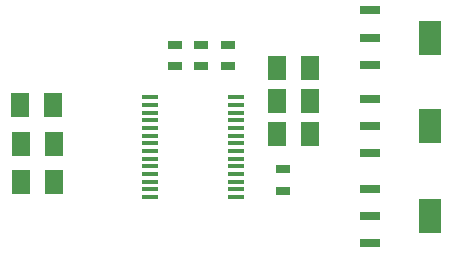
<source format=gtp>
G75*
G70*
%OFA0B0*%
%FSLAX24Y24*%
%IPPOS*%
%LPD*%
%AMOC8*
5,1,8,0,0,1.08239X$1,22.5*
%
%ADD10R,0.0709X0.0315*%
%ADD11R,0.0728X0.1181*%
%ADD12R,0.0630X0.0787*%
%ADD13R,0.0472X0.0315*%
%ADD14R,0.0550X0.0137*%
D10*
X018729Y001557D03*
X018733Y002462D03*
X018729Y003368D03*
X018729Y004557D03*
X018733Y005462D03*
X018729Y006368D03*
X018729Y007507D03*
X018733Y008412D03*
X018729Y009318D03*
D11*
X020733Y008412D03*
X020733Y005462D03*
X020733Y002462D03*
D12*
X007081Y003612D03*
X008184Y003612D03*
X008184Y004862D03*
X007081Y004862D03*
X007063Y006167D03*
X008165Y006167D03*
X015631Y006312D03*
X016734Y006312D03*
X016734Y005212D03*
X015631Y005212D03*
X015631Y007412D03*
X016734Y007412D03*
D13*
X013983Y007458D03*
X013083Y007458D03*
X012233Y007458D03*
X012233Y008166D03*
X013083Y008166D03*
X013983Y008166D03*
X015833Y004016D03*
X015833Y003308D03*
D14*
X014272Y003355D03*
X014272Y003610D03*
X014272Y003866D03*
X014272Y004122D03*
X014272Y004378D03*
X014272Y004634D03*
X014272Y004890D03*
X014272Y005146D03*
X014272Y005402D03*
X014272Y005658D03*
X014272Y005914D03*
X014272Y006170D03*
X014272Y006425D03*
X011393Y006425D03*
X011393Y006170D03*
X011393Y005914D03*
X011393Y005658D03*
X011393Y005402D03*
X011393Y005146D03*
X011393Y004890D03*
X011393Y004634D03*
X011393Y004378D03*
X011393Y004122D03*
X011393Y003866D03*
X011393Y003610D03*
X011393Y003355D03*
X011393Y003099D03*
X014272Y003099D03*
M02*

</source>
